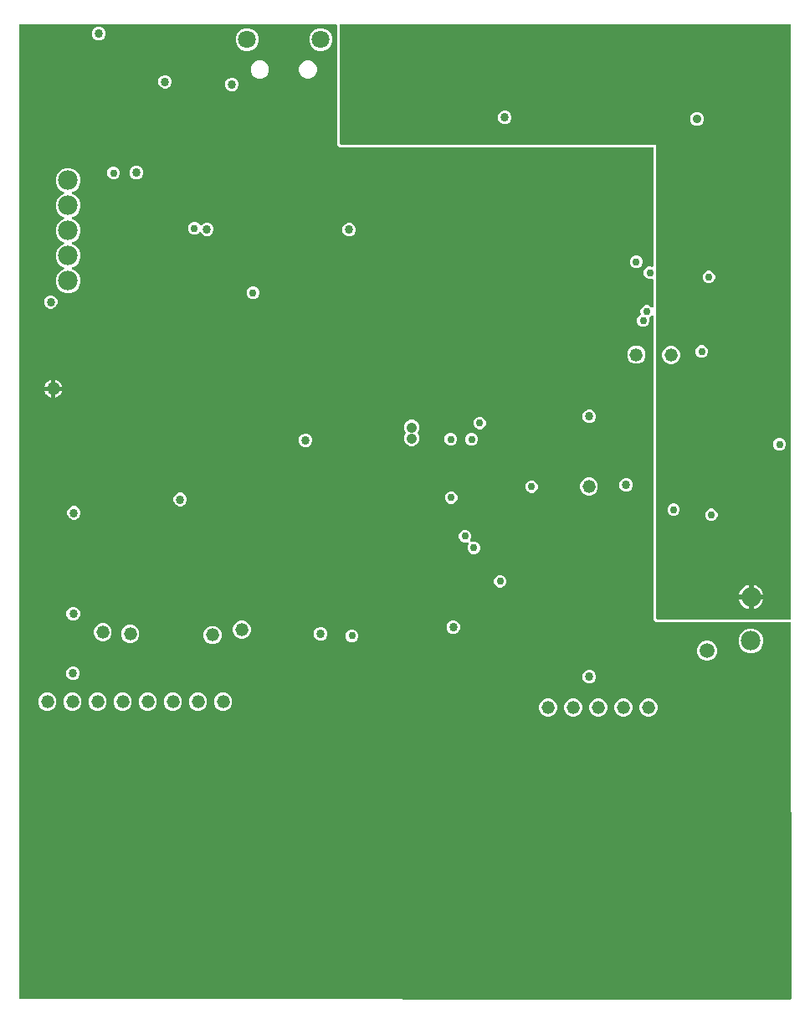
<source format=gbr>
G04 EAGLE Gerber RS-274X export*
G75*
%MOMM*%
%FSLAX34Y34*%
%LPD*%
%INEAGLE Copper Layer 15*%
%IPPOS*%
%AMOC8*
5,1,8,0,0,1.08239X$1,22.5*%
G01*
%ADD10C,1.981200*%
%ADD11C,1.320800*%
%ADD12C,1.800000*%
%ADD13C,1.058000*%
%ADD14C,0.756400*%
%ADD15C,1.186400*%
%ADD16C,0.856400*%
%ADD17C,1.500000*%
%ADD18C,0.886400*%

G36*
X784427Y4134D02*
X784427Y4134D01*
X784547Y4141D01*
X784585Y4154D01*
X784624Y4159D01*
X784736Y4203D01*
X784849Y4239D01*
X784883Y4261D01*
X784920Y4275D01*
X785017Y4346D01*
X785118Y4410D01*
X785145Y4439D01*
X785178Y4462D01*
X785254Y4554D01*
X785336Y4641D01*
X785355Y4676D01*
X785381Y4707D01*
X785431Y4815D01*
X785489Y4920D01*
X785499Y4959D01*
X785516Y4995D01*
X785539Y5112D01*
X785569Y5228D01*
X785572Y5287D01*
X785576Y5307D01*
X785575Y5327D01*
X785579Y5388D01*
X785521Y384920D01*
X785506Y385038D01*
X785498Y385157D01*
X785486Y385196D01*
X785481Y385236D01*
X785437Y385346D01*
X785400Y385459D01*
X785379Y385494D01*
X785364Y385531D01*
X785294Y385628D01*
X785230Y385728D01*
X785201Y385756D01*
X785177Y385789D01*
X785085Y385864D01*
X784999Y385946D01*
X784963Y385966D01*
X784932Y385991D01*
X784824Y386042D01*
X784720Y386100D01*
X784681Y386110D01*
X784644Y386127D01*
X784527Y386149D01*
X784412Y386179D01*
X784352Y386183D01*
X784332Y386187D01*
X784311Y386185D01*
X784251Y386189D01*
X648422Y386189D01*
X646189Y388422D01*
X646189Y694737D01*
X646172Y694875D01*
X646159Y695013D01*
X646152Y695032D01*
X646149Y695052D01*
X646098Y695182D01*
X646051Y695313D01*
X646040Y695329D01*
X646032Y695348D01*
X645951Y695460D01*
X645873Y695576D01*
X645857Y695589D01*
X645846Y695606D01*
X645738Y695694D01*
X645634Y695786D01*
X645616Y695795D01*
X645601Y695808D01*
X645475Y695868D01*
X645351Y695931D01*
X645331Y695935D01*
X645313Y695944D01*
X645176Y695970D01*
X645041Y696000D01*
X645020Y696000D01*
X645001Y696004D01*
X644862Y695995D01*
X644723Y695991D01*
X644703Y695985D01*
X644683Y695984D01*
X644551Y695941D01*
X644417Y695902D01*
X644400Y695892D01*
X644381Y695886D01*
X644263Y695811D01*
X644143Y695741D01*
X644122Y695722D01*
X644112Y695716D01*
X644098Y695701D01*
X644023Y695634D01*
X643027Y694638D01*
X642557Y694444D01*
X642453Y694385D01*
X642346Y694333D01*
X642316Y694306D01*
X642280Y694286D01*
X642195Y694203D01*
X642104Y694126D01*
X642081Y694093D01*
X642052Y694065D01*
X641990Y693963D01*
X641921Y693866D01*
X641907Y693828D01*
X641886Y693794D01*
X641851Y693680D01*
X641809Y693569D01*
X641804Y693529D01*
X641792Y693490D01*
X641787Y693371D01*
X641773Y693253D01*
X641779Y693213D01*
X641777Y693172D01*
X641801Y693056D01*
X641818Y692938D01*
X641837Y692881D01*
X641841Y692861D01*
X641850Y692842D01*
X641870Y692785D01*
X642216Y691951D01*
X642216Y689435D01*
X641253Y687112D01*
X639474Y685333D01*
X637151Y684370D01*
X634635Y684370D01*
X632311Y685333D01*
X630533Y687112D01*
X629570Y689435D01*
X629570Y691951D01*
X630533Y694275D01*
X632311Y696053D01*
X632781Y696248D01*
X632885Y696307D01*
X632991Y696359D01*
X633022Y696385D01*
X633057Y696405D01*
X633143Y696489D01*
X633233Y696566D01*
X633257Y696599D01*
X633286Y696627D01*
X633348Y696728D01*
X633417Y696826D01*
X633431Y696863D01*
X633452Y696898D01*
X633487Y697012D01*
X633529Y697123D01*
X633534Y697163D01*
X633546Y697202D01*
X633551Y697320D01*
X633564Y697439D01*
X633559Y697479D01*
X633561Y697519D01*
X633537Y697636D01*
X633520Y697754D01*
X633501Y697811D01*
X633496Y697831D01*
X633487Y697849D01*
X633468Y697906D01*
X633122Y698741D01*
X633122Y701256D01*
X634085Y703580D01*
X635863Y705359D01*
X638187Y706321D01*
X640703Y706321D01*
X643027Y705359D01*
X644023Y704363D01*
X644132Y704278D01*
X644239Y704189D01*
X644258Y704180D01*
X644274Y704168D01*
X644401Y704113D01*
X644527Y704053D01*
X644547Y704050D01*
X644566Y704041D01*
X644704Y704020D01*
X644840Y703994D01*
X644860Y703995D01*
X644880Y703992D01*
X645019Y704005D01*
X645157Y704013D01*
X645176Y704020D01*
X645196Y704021D01*
X645328Y704069D01*
X645459Y704111D01*
X645477Y704122D01*
X645496Y704129D01*
X645611Y704207D01*
X645728Y704281D01*
X645742Y704296D01*
X645759Y704308D01*
X645851Y704412D01*
X645946Y704513D01*
X645956Y704531D01*
X645969Y704546D01*
X646032Y704670D01*
X646100Y704792D01*
X646105Y704811D01*
X646114Y704829D01*
X646144Y704965D01*
X646179Y705100D01*
X646181Y705128D01*
X646184Y705140D01*
X646183Y705160D01*
X646189Y705260D01*
X646189Y731783D01*
X646183Y731833D01*
X646185Y731882D01*
X646163Y731990D01*
X646149Y732099D01*
X646131Y732145D01*
X646121Y732194D01*
X646073Y732292D01*
X646032Y732395D01*
X646003Y732435D01*
X645981Y732479D01*
X645910Y732563D01*
X645846Y732652D01*
X645807Y732684D01*
X645775Y732721D01*
X645685Y732785D01*
X645601Y732855D01*
X645556Y732876D01*
X645515Y732905D01*
X645412Y732943D01*
X645313Y732990D01*
X645264Y733000D01*
X645218Y733017D01*
X645108Y733029D01*
X645001Y733050D01*
X644951Y733047D01*
X644902Y733052D01*
X644793Y733037D01*
X644683Y733030D01*
X644636Y733015D01*
X644587Y733008D01*
X644434Y732956D01*
X643981Y732768D01*
X641466Y732768D01*
X639142Y733731D01*
X637363Y735509D01*
X636401Y737833D01*
X636401Y740349D01*
X637363Y742673D01*
X639142Y744451D01*
X641466Y745414D01*
X643981Y745414D01*
X644434Y745226D01*
X644482Y745213D01*
X644527Y745192D01*
X644635Y745171D01*
X644741Y745142D01*
X644791Y745141D01*
X644840Y745132D01*
X644949Y745139D01*
X645059Y745137D01*
X645107Y745149D01*
X645157Y745152D01*
X645261Y745186D01*
X645368Y745211D01*
X645412Y745234D01*
X645459Y745250D01*
X645552Y745309D01*
X645649Y745360D01*
X645686Y745393D01*
X645728Y745420D01*
X645803Y745500D01*
X645885Y745574D01*
X645912Y745615D01*
X645946Y745652D01*
X645999Y745748D01*
X646059Y745840D01*
X646076Y745887D01*
X646100Y745930D01*
X646127Y746036D01*
X646163Y746140D01*
X646167Y746190D01*
X646179Y746238D01*
X646189Y746399D01*
X646189Y864920D01*
X646174Y865038D01*
X646167Y865157D01*
X646154Y865195D01*
X646149Y865236D01*
X646106Y865346D01*
X646069Y865459D01*
X646047Y865494D01*
X646032Y865531D01*
X645963Y865627D01*
X645899Y865728D01*
X645869Y865756D01*
X645846Y865789D01*
X645754Y865865D01*
X645667Y865946D01*
X645632Y865966D01*
X645601Y865991D01*
X645493Y866042D01*
X645389Y866100D01*
X645349Y866110D01*
X645313Y866127D01*
X645196Y866149D01*
X645081Y866179D01*
X645021Y866183D01*
X645001Y866187D01*
X644980Y866185D01*
X644920Y866189D01*
X328266Y866189D01*
X326034Y868422D01*
X326034Y989231D01*
X326019Y989349D01*
X326011Y989468D01*
X325999Y989506D01*
X325994Y989547D01*
X325950Y989657D01*
X325913Y989770D01*
X325892Y989805D01*
X325877Y989842D01*
X325807Y989938D01*
X325743Y990039D01*
X325714Y990067D01*
X325690Y990100D01*
X325598Y990176D01*
X325512Y990257D01*
X325476Y990277D01*
X325445Y990302D01*
X325337Y990353D01*
X325233Y990411D01*
X325194Y990421D01*
X325157Y990438D01*
X325040Y990460D01*
X324925Y990490D01*
X324865Y990494D01*
X324845Y990498D01*
X324825Y990496D01*
X324764Y990500D01*
X5842Y990500D01*
X5724Y990485D01*
X5605Y990478D01*
X5567Y990465D01*
X5526Y990460D01*
X5416Y990417D01*
X5303Y990380D01*
X5268Y990358D01*
X5231Y990343D01*
X5135Y990274D01*
X5034Y990210D01*
X5006Y990180D01*
X4973Y990157D01*
X4897Y990065D01*
X4816Y989978D01*
X4796Y989943D01*
X4771Y989912D01*
X4720Y989804D01*
X4662Y989700D01*
X4652Y989660D01*
X4635Y989624D01*
X4613Y989507D01*
X4583Y989392D01*
X4579Y989332D01*
X4575Y989312D01*
X4577Y989291D01*
X4573Y989231D01*
X4573Y5839D01*
X4588Y5721D01*
X4595Y5602D01*
X4607Y5564D01*
X4613Y5523D01*
X4656Y5413D01*
X4693Y5300D01*
X4715Y5265D01*
X4730Y5227D01*
X4799Y5131D01*
X4863Y5031D01*
X4892Y5003D01*
X4916Y4970D01*
X5008Y4894D01*
X5094Y4813D01*
X5130Y4793D01*
X5161Y4767D01*
X5269Y4717D01*
X5373Y4659D01*
X5412Y4649D01*
X5449Y4632D01*
X5565Y4609D01*
X5681Y4580D01*
X5741Y4576D01*
X5761Y4572D01*
X5782Y4573D01*
X5841Y4569D01*
X784309Y4119D01*
X784427Y4134D01*
G37*
G36*
X784369Y388746D02*
X784369Y388746D01*
X784488Y388753D01*
X784526Y388766D01*
X784566Y388771D01*
X784677Y388814D01*
X784790Y388851D01*
X784824Y388873D01*
X784862Y388888D01*
X784958Y388958D01*
X785059Y389021D01*
X785087Y389051D01*
X785119Y389074D01*
X785195Y389166D01*
X785277Y389253D01*
X785296Y389288D01*
X785322Y389319D01*
X785373Y389427D01*
X785430Y389532D01*
X785440Y389571D01*
X785458Y389607D01*
X785480Y389724D01*
X785510Y389839D01*
X785514Y389900D01*
X785517Y389919D01*
X785516Y389940D01*
X785520Y390000D01*
X785428Y989231D01*
X785413Y989349D01*
X785406Y989468D01*
X785393Y989507D01*
X785388Y989547D01*
X785344Y989657D01*
X785308Y989770D01*
X785286Y989805D01*
X785271Y989842D01*
X785201Y989939D01*
X785138Y990039D01*
X785108Y990067D01*
X785084Y990100D01*
X784993Y990175D01*
X784906Y990257D01*
X784870Y990277D01*
X784839Y990302D01*
X784732Y990353D01*
X784628Y990411D01*
X784588Y990421D01*
X784552Y990438D01*
X784435Y990460D01*
X784320Y990490D01*
X784259Y990494D01*
X784239Y990498D01*
X784219Y990496D01*
X784159Y990500D01*
X329844Y990500D01*
X329726Y990485D01*
X329608Y990478D01*
X329569Y990465D01*
X329529Y990460D01*
X329418Y990417D01*
X329305Y990380D01*
X329271Y990358D01*
X329233Y990343D01*
X329137Y990274D01*
X329036Y990210D01*
X329009Y990180D01*
X328976Y990157D01*
X328900Y990065D01*
X328818Y989978D01*
X328799Y989943D01*
X328773Y989912D01*
X328722Y989804D01*
X328665Y989700D01*
X328655Y989660D01*
X328638Y989624D01*
X328615Y989507D01*
X328585Y989392D01*
X328582Y989332D01*
X328578Y989312D01*
X328579Y989291D01*
X328575Y989231D01*
X328575Y870000D01*
X328590Y869882D01*
X328597Y869763D01*
X328610Y869725D01*
X328615Y869684D01*
X328659Y869574D01*
X328696Y869461D01*
X328717Y869426D01*
X328732Y869389D01*
X328802Y869293D01*
X328866Y869192D01*
X328895Y869164D01*
X328919Y869131D01*
X329011Y869056D01*
X329097Y868974D01*
X329133Y868954D01*
X329164Y868929D01*
X329272Y868878D01*
X329376Y868820D01*
X329415Y868810D01*
X329452Y868793D01*
X329568Y868771D01*
X329684Y868741D01*
X329744Y868737D01*
X329764Y868733D01*
X329784Y868735D01*
X329844Y868731D01*
X648731Y868731D01*
X648731Y741363D01*
X648732Y741353D01*
X648731Y741344D01*
X648752Y741196D01*
X648771Y741047D01*
X648774Y741038D01*
X648775Y741029D01*
X648827Y740877D01*
X649046Y740349D01*
X649046Y737833D01*
X648827Y737305D01*
X648825Y737296D01*
X648820Y737288D01*
X648783Y737143D01*
X648743Y736998D01*
X648743Y736989D01*
X648741Y736980D01*
X648731Y736819D01*
X648731Y390000D01*
X648746Y389882D01*
X648753Y389763D01*
X648766Y389725D01*
X648771Y389684D01*
X648814Y389574D01*
X648851Y389461D01*
X648873Y389426D01*
X648888Y389389D01*
X648958Y389293D01*
X649021Y389192D01*
X649051Y389164D01*
X649074Y389131D01*
X649166Y389056D01*
X649253Y388974D01*
X649288Y388954D01*
X649319Y388929D01*
X649427Y388878D01*
X649531Y388820D01*
X649571Y388810D01*
X649607Y388793D01*
X649724Y388771D01*
X649839Y388741D01*
X649900Y388737D01*
X649920Y388733D01*
X649940Y388735D01*
X650000Y388731D01*
X784251Y388731D01*
X784369Y388746D01*
G37*
%LPC*%
G36*
X51376Y718509D02*
X51376Y718509D01*
X46801Y720404D01*
X43300Y723906D01*
X41405Y728480D01*
X41405Y733432D01*
X43300Y738006D01*
X46801Y741508D01*
X49156Y742483D01*
X49277Y742552D01*
X49400Y742617D01*
X49415Y742631D01*
X49432Y742641D01*
X49532Y742738D01*
X49635Y742831D01*
X49646Y742848D01*
X49661Y742862D01*
X49733Y742980D01*
X49810Y743097D01*
X49817Y743116D01*
X49827Y743133D01*
X49868Y743266D01*
X49913Y743398D01*
X49915Y743418D01*
X49921Y743437D01*
X49927Y743576D01*
X49938Y743715D01*
X49935Y743735D01*
X49936Y743755D01*
X49908Y743891D01*
X49884Y744028D01*
X49876Y744047D01*
X49872Y744066D01*
X49810Y744191D01*
X49753Y744318D01*
X49741Y744334D01*
X49732Y744352D01*
X49641Y744458D01*
X49555Y744566D01*
X49539Y744579D01*
X49526Y744594D01*
X49412Y744674D01*
X49301Y744758D01*
X49276Y744770D01*
X49266Y744777D01*
X49246Y744784D01*
X49156Y744829D01*
X46801Y745804D01*
X43300Y749306D01*
X41405Y753880D01*
X41405Y758832D01*
X43300Y763406D01*
X46801Y766908D01*
X49156Y767883D01*
X49277Y767952D01*
X49400Y768017D01*
X49415Y768031D01*
X49432Y768041D01*
X49532Y768138D01*
X49635Y768231D01*
X49646Y768248D01*
X49661Y768262D01*
X49733Y768380D01*
X49810Y768497D01*
X49817Y768516D01*
X49827Y768533D01*
X49868Y768666D01*
X49913Y768798D01*
X49915Y768818D01*
X49921Y768837D01*
X49927Y768976D01*
X49938Y769115D01*
X49935Y769135D01*
X49936Y769155D01*
X49908Y769291D01*
X49884Y769428D01*
X49876Y769447D01*
X49872Y769466D01*
X49810Y769591D01*
X49753Y769718D01*
X49741Y769734D01*
X49732Y769752D01*
X49641Y769858D01*
X49555Y769966D01*
X49539Y769979D01*
X49526Y769994D01*
X49412Y770074D01*
X49301Y770158D01*
X49276Y770170D01*
X49266Y770177D01*
X49246Y770184D01*
X49156Y770229D01*
X46801Y771204D01*
X43300Y774706D01*
X41405Y779280D01*
X41405Y784232D01*
X43300Y788806D01*
X46801Y792308D01*
X49156Y793283D01*
X49277Y793352D01*
X49400Y793417D01*
X49415Y793431D01*
X49432Y793441D01*
X49532Y793538D01*
X49635Y793631D01*
X49646Y793648D01*
X49661Y793662D01*
X49733Y793780D01*
X49810Y793897D01*
X49817Y793916D01*
X49827Y793933D01*
X49868Y794066D01*
X49913Y794198D01*
X49915Y794218D01*
X49921Y794237D01*
X49927Y794376D01*
X49938Y794515D01*
X49935Y794535D01*
X49936Y794555D01*
X49908Y794691D01*
X49884Y794828D01*
X49876Y794847D01*
X49872Y794866D01*
X49810Y794991D01*
X49753Y795118D01*
X49741Y795134D01*
X49732Y795152D01*
X49641Y795258D01*
X49555Y795366D01*
X49539Y795379D01*
X49526Y795394D01*
X49412Y795474D01*
X49301Y795558D01*
X49276Y795570D01*
X49266Y795577D01*
X49246Y795584D01*
X49156Y795629D01*
X46801Y796604D01*
X43300Y800106D01*
X41405Y804680D01*
X41405Y809632D01*
X43300Y814206D01*
X46801Y817708D01*
X49156Y818683D01*
X49277Y818752D01*
X49400Y818817D01*
X49415Y818831D01*
X49432Y818841D01*
X49532Y818938D01*
X49635Y819031D01*
X49646Y819048D01*
X49661Y819062D01*
X49733Y819180D01*
X49810Y819297D01*
X49817Y819316D01*
X49827Y819333D01*
X49868Y819466D01*
X49913Y819598D01*
X49915Y819618D01*
X49921Y819637D01*
X49927Y819776D01*
X49938Y819915D01*
X49935Y819935D01*
X49936Y819955D01*
X49908Y820091D01*
X49884Y820228D01*
X49876Y820247D01*
X49872Y820266D01*
X49810Y820391D01*
X49753Y820518D01*
X49741Y820534D01*
X49732Y820552D01*
X49641Y820658D01*
X49555Y820766D01*
X49539Y820779D01*
X49526Y820794D01*
X49412Y820874D01*
X49301Y820958D01*
X49276Y820970D01*
X49266Y820977D01*
X49246Y820984D01*
X49156Y821029D01*
X46801Y822004D01*
X43300Y825506D01*
X41405Y830080D01*
X41405Y835032D01*
X43300Y839606D01*
X46801Y843108D01*
X51376Y845003D01*
X56327Y845003D01*
X60902Y843108D01*
X64403Y839606D01*
X66298Y835032D01*
X66298Y830080D01*
X64403Y825506D01*
X60902Y822004D01*
X58547Y821029D01*
X58426Y820960D01*
X58303Y820895D01*
X58288Y820881D01*
X58271Y820871D01*
X58171Y820774D01*
X58068Y820681D01*
X58057Y820664D01*
X58042Y820650D01*
X57969Y820531D01*
X57893Y820415D01*
X57887Y820396D01*
X57876Y820379D01*
X57835Y820246D01*
X57790Y820114D01*
X57788Y820094D01*
X57782Y820075D01*
X57776Y819936D01*
X57765Y819797D01*
X57768Y819777D01*
X57767Y819757D01*
X57795Y819621D01*
X57819Y819484D01*
X57827Y819465D01*
X57832Y819446D01*
X57893Y819320D01*
X57950Y819194D01*
X57962Y819178D01*
X57971Y819160D01*
X58062Y819054D01*
X58148Y818946D01*
X58165Y818933D01*
X58178Y818918D01*
X58291Y818838D01*
X58402Y818754D01*
X58428Y818742D01*
X58438Y818735D01*
X58457Y818728D01*
X58547Y818683D01*
X60902Y817708D01*
X64403Y814206D01*
X66298Y809632D01*
X66298Y804680D01*
X64403Y800106D01*
X60902Y796604D01*
X58547Y795629D01*
X58426Y795560D01*
X58303Y795495D01*
X58288Y795481D01*
X58271Y795471D01*
X58171Y795374D01*
X58068Y795281D01*
X58057Y795264D01*
X58042Y795250D01*
X57969Y795131D01*
X57893Y795015D01*
X57887Y794996D01*
X57876Y794979D01*
X57835Y794846D01*
X57790Y794714D01*
X57788Y794694D01*
X57782Y794675D01*
X57776Y794536D01*
X57765Y794397D01*
X57768Y794377D01*
X57767Y794357D01*
X57795Y794221D01*
X57819Y794084D01*
X57827Y794065D01*
X57832Y794046D01*
X57893Y793920D01*
X57950Y793794D01*
X57962Y793778D01*
X57971Y793760D01*
X58062Y793654D01*
X58148Y793546D01*
X58165Y793533D01*
X58178Y793518D01*
X58291Y793438D01*
X58402Y793354D01*
X58428Y793342D01*
X58438Y793335D01*
X58457Y793328D01*
X58547Y793283D01*
X60902Y792308D01*
X64403Y788806D01*
X66298Y784232D01*
X66298Y779280D01*
X64403Y774706D01*
X60902Y771204D01*
X58547Y770229D01*
X58426Y770160D01*
X58303Y770095D01*
X58288Y770081D01*
X58271Y770071D01*
X58171Y769974D01*
X58068Y769881D01*
X58057Y769864D01*
X58042Y769850D01*
X57969Y769731D01*
X57893Y769615D01*
X57887Y769596D01*
X57876Y769579D01*
X57835Y769446D01*
X57790Y769314D01*
X57788Y769294D01*
X57782Y769275D01*
X57776Y769136D01*
X57765Y768997D01*
X57768Y768977D01*
X57767Y768957D01*
X57795Y768821D01*
X57819Y768684D01*
X57827Y768665D01*
X57832Y768646D01*
X57893Y768520D01*
X57950Y768394D01*
X57962Y768378D01*
X57971Y768360D01*
X58062Y768254D01*
X58148Y768146D01*
X58165Y768133D01*
X58178Y768118D01*
X58291Y768038D01*
X58402Y767954D01*
X58428Y767942D01*
X58438Y767935D01*
X58457Y767928D01*
X58547Y767883D01*
X60902Y766908D01*
X64403Y763406D01*
X66298Y758832D01*
X66298Y753880D01*
X64403Y749306D01*
X60902Y745804D01*
X58547Y744829D01*
X58426Y744760D01*
X58303Y744695D01*
X58288Y744681D01*
X58271Y744671D01*
X58171Y744574D01*
X58068Y744481D01*
X58057Y744464D01*
X58042Y744450D01*
X57969Y744331D01*
X57893Y744215D01*
X57887Y744196D01*
X57876Y744179D01*
X57835Y744046D01*
X57790Y743914D01*
X57788Y743894D01*
X57782Y743875D01*
X57776Y743736D01*
X57765Y743597D01*
X57768Y743577D01*
X57767Y743557D01*
X57795Y743421D01*
X57819Y743284D01*
X57827Y743265D01*
X57832Y743246D01*
X57893Y743120D01*
X57950Y742994D01*
X57962Y742978D01*
X57971Y742960D01*
X58062Y742854D01*
X58148Y742746D01*
X58165Y742733D01*
X58178Y742718D01*
X58291Y742638D01*
X58402Y742554D01*
X58428Y742542D01*
X58438Y742535D01*
X58457Y742528D01*
X58547Y742483D01*
X60902Y741508D01*
X64403Y738006D01*
X66298Y733432D01*
X66298Y728480D01*
X64403Y723906D01*
X60902Y720404D01*
X56327Y718509D01*
X51376Y718509D01*
G37*
%LPD*%
%LPC*%
G36*
X742306Y354531D02*
X742306Y354531D01*
X737732Y356426D01*
X734230Y359927D01*
X732335Y364502D01*
X732335Y369453D01*
X734230Y374028D01*
X737732Y377529D01*
X742306Y379424D01*
X747258Y379424D01*
X751833Y377529D01*
X755334Y374028D01*
X757229Y369453D01*
X757229Y364502D01*
X755334Y359927D01*
X751833Y356426D01*
X747258Y354531D01*
X742306Y354531D01*
G37*
%LPD*%
%LPC*%
G36*
X307169Y963461D02*
X307169Y963461D01*
X302927Y965218D01*
X299681Y968464D01*
X297924Y972706D01*
X297924Y977297D01*
X299681Y981539D01*
X302927Y984785D01*
X307169Y986542D01*
X311760Y986542D01*
X316002Y984785D01*
X319248Y981539D01*
X321005Y977297D01*
X321005Y972706D01*
X319248Y968464D01*
X316002Y965218D01*
X311760Y963461D01*
X307169Y963461D01*
G37*
%LPD*%
%LPC*%
G36*
X232669Y963461D02*
X232669Y963461D01*
X228427Y965218D01*
X225181Y968464D01*
X223424Y972706D01*
X223424Y977297D01*
X225181Y981539D01*
X228427Y984785D01*
X232669Y986542D01*
X237260Y986542D01*
X241502Y984785D01*
X244748Y981539D01*
X246505Y977297D01*
X246505Y972706D01*
X244748Y968464D01*
X241502Y965218D01*
X237260Y963461D01*
X232669Y963461D01*
G37*
%LPD*%
%LPC*%
G36*
X400019Y563819D02*
X400019Y563819D01*
X397141Y565011D01*
X394938Y567214D01*
X393746Y570092D01*
X393746Y573207D01*
X394938Y576086D01*
X395105Y576252D01*
X395178Y576347D01*
X395257Y576436D01*
X395275Y576472D01*
X395300Y576504D01*
X395347Y576613D01*
X395401Y576719D01*
X395410Y576758D01*
X395426Y576795D01*
X395445Y576913D01*
X395471Y577029D01*
X395470Y577070D01*
X395476Y577109D01*
X395465Y577228D01*
X395461Y577347D01*
X395450Y577386D01*
X395446Y577426D01*
X395406Y577538D01*
X395373Y577653D01*
X395352Y577687D01*
X395339Y577725D01*
X395272Y577824D01*
X395211Y577926D01*
X395171Y577972D01*
X395160Y577989D01*
X395145Y578002D01*
X395105Y578047D01*
X394938Y578214D01*
X393746Y581092D01*
X393746Y584207D01*
X394938Y587086D01*
X397141Y589288D01*
X400019Y590481D01*
X403134Y590481D01*
X406012Y589288D01*
X408215Y587086D01*
X409407Y584207D01*
X409407Y581092D01*
X408215Y578214D01*
X408048Y578047D01*
X407975Y577953D01*
X407897Y577864D01*
X407878Y577828D01*
X407854Y577796D01*
X407806Y577687D01*
X407752Y577581D01*
X407743Y577541D01*
X407727Y577504D01*
X407708Y577386D01*
X407682Y577270D01*
X407684Y577230D01*
X407677Y577190D01*
X407689Y577071D01*
X407692Y576953D01*
X407703Y576914D01*
X407707Y576873D01*
X407747Y576761D01*
X407781Y576647D01*
X407801Y576612D01*
X407815Y576574D01*
X407882Y576476D01*
X407942Y576373D01*
X407982Y576328D01*
X407993Y576311D01*
X408009Y576298D01*
X408048Y576252D01*
X408215Y576086D01*
X409407Y573207D01*
X409407Y570092D01*
X408215Y567214D01*
X406012Y565011D01*
X403134Y563819D01*
X400019Y563819D01*
G37*
%LPD*%
%LPC*%
G36*
X698484Y346829D02*
X698484Y346829D01*
X694794Y348358D01*
X691969Y351182D01*
X690440Y354873D01*
X690440Y358867D01*
X691969Y362558D01*
X694794Y365382D01*
X698484Y366911D01*
X702478Y366911D01*
X706169Y365382D01*
X708993Y362558D01*
X710522Y358867D01*
X710522Y354873D01*
X708993Y351182D01*
X706169Y348358D01*
X702478Y346829D01*
X698484Y346829D01*
G37*
%LPD*%
%LPC*%
G36*
X193156Y776234D02*
X193156Y776234D01*
X190648Y777273D01*
X188729Y779192D01*
X188598Y779510D01*
X188573Y779553D01*
X188556Y779600D01*
X188494Y779690D01*
X188440Y779786D01*
X188405Y779822D01*
X188378Y779863D01*
X188295Y779935D01*
X188219Y780014D01*
X188176Y780040D01*
X188139Y780073D01*
X188041Y780123D01*
X187948Y780181D01*
X187900Y780195D01*
X187856Y780218D01*
X187749Y780242D01*
X187644Y780274D01*
X187594Y780277D01*
X187546Y780287D01*
X187436Y780284D01*
X187326Y780289D01*
X187277Y780279D01*
X187228Y780278D01*
X187122Y780247D01*
X187015Y780225D01*
X186970Y780203D01*
X186922Y780189D01*
X186828Y780134D01*
X186729Y780085D01*
X186691Y780053D01*
X186648Y780028D01*
X186527Y779921D01*
X185446Y778839D01*
X183122Y777877D01*
X180606Y777877D01*
X178282Y778839D01*
X176504Y780618D01*
X175541Y782942D01*
X175541Y785457D01*
X176504Y787781D01*
X178282Y789560D01*
X180606Y790522D01*
X183122Y790522D01*
X185445Y789560D01*
X187231Y787774D01*
X187293Y787683D01*
X187347Y787588D01*
X187382Y787552D01*
X187410Y787511D01*
X187492Y787438D01*
X187569Y787359D01*
X187611Y787333D01*
X187648Y787300D01*
X187746Y787250D01*
X187840Y787193D01*
X187887Y787178D01*
X187932Y787156D01*
X188039Y787132D01*
X188144Y787099D01*
X188193Y787097D01*
X188242Y787086D01*
X188352Y787089D01*
X188461Y787084D01*
X188510Y787094D01*
X188560Y787096D01*
X188665Y787126D01*
X188773Y787148D01*
X188817Y787170D01*
X188865Y787184D01*
X188960Y787240D01*
X189058Y787288D01*
X189096Y787320D01*
X189139Y787346D01*
X189260Y787452D01*
X190648Y788841D01*
X193156Y789879D01*
X195870Y789879D01*
X198378Y788841D01*
X200297Y786921D01*
X201336Y784414D01*
X201336Y781699D01*
X200297Y779192D01*
X198378Y777273D01*
X195870Y776234D01*
X193156Y776234D01*
G37*
%LPD*%
%LPC*%
G36*
X537667Y290555D02*
X537667Y290555D01*
X534306Y291947D01*
X531734Y294520D01*
X530342Y297881D01*
X530342Y301519D01*
X531734Y304880D01*
X534306Y307453D01*
X537667Y308845D01*
X541305Y308845D01*
X544666Y307453D01*
X547239Y304880D01*
X548631Y301519D01*
X548631Y297881D01*
X547239Y294520D01*
X544666Y291947D01*
X541305Y290555D01*
X537667Y290555D01*
G37*
%LPD*%
%LPC*%
G36*
X627112Y647177D02*
X627112Y647177D01*
X623751Y648569D01*
X621178Y651142D01*
X619786Y654503D01*
X619786Y658141D01*
X621178Y661502D01*
X623751Y664075D01*
X627112Y665467D01*
X630750Y665467D01*
X634111Y664075D01*
X636683Y661502D01*
X638075Y658141D01*
X638075Y654503D01*
X636683Y651142D01*
X634111Y648569D01*
X630750Y647177D01*
X627112Y647177D01*
G37*
%LPD*%
%LPC*%
G36*
X563067Y290555D02*
X563067Y290555D01*
X559706Y291947D01*
X557134Y294520D01*
X555742Y297881D01*
X555742Y301519D01*
X557134Y304880D01*
X559706Y307453D01*
X563067Y308845D01*
X566705Y308845D01*
X570066Y307453D01*
X572639Y304880D01*
X574031Y301519D01*
X574031Y297881D01*
X572639Y294520D01*
X570066Y291947D01*
X566705Y290555D01*
X563067Y290555D01*
G37*
%LPD*%
%LPC*%
G36*
X588467Y290555D02*
X588467Y290555D01*
X585106Y291947D01*
X582534Y294520D01*
X581142Y297881D01*
X581142Y301519D01*
X582534Y304880D01*
X585106Y307453D01*
X588467Y308845D01*
X592105Y308845D01*
X595466Y307453D01*
X598039Y304880D01*
X599431Y301519D01*
X599431Y297881D01*
X598039Y294520D01*
X595466Y291947D01*
X592105Y290555D01*
X588467Y290555D01*
G37*
%LPD*%
%LPC*%
G36*
X613867Y290555D02*
X613867Y290555D01*
X610506Y291947D01*
X607934Y294520D01*
X606542Y297881D01*
X606542Y301519D01*
X607934Y304880D01*
X610506Y307453D01*
X613867Y308845D01*
X617505Y308845D01*
X620866Y307453D01*
X623439Y304880D01*
X624831Y301519D01*
X624831Y297881D01*
X623439Y294520D01*
X620866Y291947D01*
X617505Y290555D01*
X613867Y290555D01*
G37*
%LPD*%
%LPC*%
G36*
X639267Y290555D02*
X639267Y290555D01*
X635906Y291947D01*
X633334Y294520D01*
X631942Y297881D01*
X631942Y301519D01*
X633334Y304880D01*
X635906Y307453D01*
X639267Y308845D01*
X642905Y308845D01*
X646266Y307453D01*
X648839Y304880D01*
X650231Y301519D01*
X650231Y297881D01*
X648839Y294520D01*
X646266Y291947D01*
X642905Y290555D01*
X639267Y290555D01*
G37*
%LPD*%
%LPC*%
G36*
X31081Y296255D02*
X31081Y296255D01*
X27720Y297647D01*
X25147Y300220D01*
X23755Y303581D01*
X23755Y307219D01*
X25147Y310580D01*
X27720Y313153D01*
X31081Y314545D01*
X34719Y314545D01*
X38080Y313153D01*
X40653Y310580D01*
X42045Y307219D01*
X42045Y303581D01*
X40653Y300220D01*
X38080Y297647D01*
X34719Y296255D01*
X31081Y296255D01*
G37*
%LPD*%
%LPC*%
G36*
X56481Y296255D02*
X56481Y296255D01*
X53120Y297647D01*
X50547Y300220D01*
X49155Y303581D01*
X49155Y307219D01*
X50547Y310580D01*
X53120Y313153D01*
X56481Y314545D01*
X60119Y314545D01*
X63480Y313153D01*
X66053Y310580D01*
X67445Y307219D01*
X67445Y303581D01*
X66053Y300220D01*
X63480Y297647D01*
X60119Y296255D01*
X56481Y296255D01*
G37*
%LPD*%
%LPC*%
G36*
X81881Y296255D02*
X81881Y296255D01*
X78520Y297647D01*
X75947Y300220D01*
X74555Y303581D01*
X74555Y307219D01*
X75947Y310580D01*
X78520Y313153D01*
X81881Y314545D01*
X85519Y314545D01*
X88880Y313153D01*
X91453Y310580D01*
X92845Y307219D01*
X92845Y303581D01*
X91453Y300220D01*
X88880Y297647D01*
X85519Y296255D01*
X81881Y296255D01*
G37*
%LPD*%
%LPC*%
G36*
X107281Y296255D02*
X107281Y296255D01*
X103920Y297647D01*
X101347Y300220D01*
X99955Y303581D01*
X99955Y307219D01*
X101347Y310580D01*
X103920Y313153D01*
X107281Y314545D01*
X110919Y314545D01*
X114280Y313153D01*
X116853Y310580D01*
X118245Y307219D01*
X118245Y303581D01*
X116853Y300220D01*
X114280Y297647D01*
X110919Y296255D01*
X107281Y296255D01*
G37*
%LPD*%
%LPC*%
G36*
X132681Y296255D02*
X132681Y296255D01*
X129320Y297647D01*
X126747Y300220D01*
X125355Y303581D01*
X125355Y307219D01*
X126747Y310580D01*
X129320Y313153D01*
X132681Y314545D01*
X136319Y314545D01*
X139680Y313153D01*
X142253Y310580D01*
X143645Y307219D01*
X143645Y303581D01*
X142253Y300220D01*
X139680Y297647D01*
X136319Y296255D01*
X132681Y296255D01*
G37*
%LPD*%
%LPC*%
G36*
X158081Y296255D02*
X158081Y296255D01*
X154720Y297647D01*
X152147Y300220D01*
X150755Y303581D01*
X150755Y307219D01*
X152147Y310580D01*
X154720Y313153D01*
X158081Y314545D01*
X161719Y314545D01*
X165080Y313153D01*
X167653Y310580D01*
X169045Y307219D01*
X169045Y303581D01*
X167653Y300220D01*
X165080Y297647D01*
X161719Y296255D01*
X158081Y296255D01*
G37*
%LPD*%
%LPC*%
G36*
X579009Y513884D02*
X579009Y513884D01*
X575648Y515276D01*
X573076Y517849D01*
X571683Y521210D01*
X571683Y524848D01*
X573076Y528209D01*
X575648Y530781D01*
X579009Y532174D01*
X582647Y532174D01*
X586008Y530781D01*
X588581Y528209D01*
X589973Y524848D01*
X589973Y521210D01*
X588581Y517849D01*
X586008Y515276D01*
X582647Y513884D01*
X579009Y513884D01*
G37*
%LPD*%
%LPC*%
G36*
X662221Y646541D02*
X662221Y646541D01*
X658860Y647933D01*
X656287Y650506D01*
X654895Y653867D01*
X654895Y657505D01*
X656287Y660866D01*
X658860Y663438D01*
X662221Y664831D01*
X665859Y664831D01*
X669220Y663438D01*
X671793Y660866D01*
X673185Y657505D01*
X673185Y653867D01*
X671793Y650506D01*
X669220Y647933D01*
X665859Y646541D01*
X662221Y646541D01*
G37*
%LPD*%
%LPC*%
G36*
X183481Y296255D02*
X183481Y296255D01*
X180120Y297647D01*
X177547Y300220D01*
X176155Y303581D01*
X176155Y307219D01*
X177547Y310580D01*
X180120Y313153D01*
X183481Y314545D01*
X187119Y314545D01*
X190480Y313153D01*
X193053Y310580D01*
X194445Y307219D01*
X194445Y303581D01*
X193053Y300220D01*
X190480Y297647D01*
X187119Y296255D01*
X183481Y296255D01*
G37*
%LPD*%
%LPC*%
G36*
X208881Y296255D02*
X208881Y296255D01*
X205520Y297647D01*
X202947Y300220D01*
X201555Y303581D01*
X201555Y307219D01*
X202947Y310580D01*
X205520Y313153D01*
X208881Y314545D01*
X212519Y314545D01*
X215880Y313153D01*
X218453Y310580D01*
X219845Y307219D01*
X219845Y303581D01*
X218453Y300220D01*
X215880Y297647D01*
X212519Y296255D01*
X208881Y296255D01*
G37*
%LPD*%
%LPC*%
G36*
X227718Y369002D02*
X227718Y369002D01*
X224357Y370394D01*
X221785Y372967D01*
X220393Y376328D01*
X220393Y379966D01*
X221785Y383327D01*
X224357Y385900D01*
X227718Y387292D01*
X231356Y387292D01*
X234717Y385900D01*
X237290Y383327D01*
X238682Y379966D01*
X238682Y376328D01*
X237290Y372967D01*
X234717Y370394D01*
X231356Y369002D01*
X227718Y369002D01*
G37*
%LPD*%
%LPC*%
G36*
X198496Y363628D02*
X198496Y363628D01*
X195135Y365020D01*
X192562Y367593D01*
X191170Y370954D01*
X191170Y374592D01*
X192562Y377953D01*
X195135Y380526D01*
X198496Y381918D01*
X202134Y381918D01*
X205495Y380526D01*
X208067Y377953D01*
X209459Y374592D01*
X209459Y370954D01*
X208067Y367593D01*
X205495Y365020D01*
X202134Y363628D01*
X198496Y363628D01*
G37*
%LPD*%
%LPC*%
G36*
X114894Y364769D02*
X114894Y364769D01*
X111533Y366161D01*
X108960Y368733D01*
X107568Y372094D01*
X107568Y375732D01*
X108960Y379093D01*
X111533Y381666D01*
X114894Y383058D01*
X118532Y383058D01*
X121893Y381666D01*
X124466Y379093D01*
X125858Y375732D01*
X125858Y372094D01*
X124466Y368733D01*
X121893Y366161D01*
X118532Y364769D01*
X114894Y364769D01*
G37*
%LPD*%
%LPC*%
G36*
X87081Y366355D02*
X87081Y366355D01*
X83720Y367747D01*
X81147Y370320D01*
X79755Y373681D01*
X79755Y377319D01*
X81147Y380680D01*
X83720Y383253D01*
X87081Y384645D01*
X90719Y384645D01*
X94080Y383253D01*
X96653Y380680D01*
X98045Y377319D01*
X98045Y373681D01*
X96653Y370320D01*
X94080Y367747D01*
X90719Y366355D01*
X87081Y366355D01*
G37*
%LPD*%
%LPC*%
G36*
X246162Y935641D02*
X246162Y935641D01*
X242832Y937020D01*
X240283Y939569D01*
X238904Y942899D01*
X238904Y946504D01*
X240283Y949834D01*
X242832Y952383D01*
X246162Y953762D01*
X249767Y953762D01*
X253097Y952383D01*
X255646Y949834D01*
X257025Y946504D01*
X257025Y942899D01*
X255646Y939569D01*
X253097Y937020D01*
X249767Y935641D01*
X246162Y935641D01*
G37*
%LPD*%
%LPC*%
G36*
X294662Y935641D02*
X294662Y935641D01*
X291332Y937020D01*
X288783Y939569D01*
X287404Y942899D01*
X287404Y946504D01*
X288783Y949834D01*
X291332Y952383D01*
X294662Y953762D01*
X298267Y953762D01*
X301597Y952383D01*
X304146Y949834D01*
X305525Y946504D01*
X305525Y942899D01*
X304146Y939569D01*
X301597Y937020D01*
X298267Y935641D01*
X294662Y935641D01*
G37*
%LPD*%
%LPC*%
G36*
X463156Y454687D02*
X463156Y454687D01*
X460832Y455650D01*
X459053Y457428D01*
X458091Y459752D01*
X458091Y462268D01*
X459058Y464603D01*
X459078Y464628D01*
X459128Y464677D01*
X459175Y464754D01*
X459230Y464825D01*
X459258Y464889D01*
X459294Y464948D01*
X459321Y465034D01*
X459356Y465116D01*
X459367Y465185D01*
X459388Y465252D01*
X459392Y465342D01*
X459406Y465431D01*
X459400Y465500D01*
X459403Y465570D01*
X459385Y465658D01*
X459377Y465747D01*
X459353Y465813D01*
X459339Y465881D01*
X459299Y465962D01*
X459269Y466046D01*
X459230Y466104D01*
X459199Y466167D01*
X459141Y466235D01*
X459090Y466310D01*
X459038Y466356D01*
X458993Y466409D01*
X458919Y466461D01*
X458852Y466520D01*
X458790Y466552D01*
X458733Y466592D01*
X458649Y466624D01*
X458569Y466665D01*
X458501Y466680D01*
X458435Y466705D01*
X458346Y466715D01*
X458258Y466734D01*
X458189Y466732D01*
X458119Y466740D01*
X458030Y466727D01*
X457940Y466725D01*
X457873Y466705D01*
X457804Y466695D01*
X457652Y466643D01*
X456934Y466346D01*
X454418Y466346D01*
X452094Y467308D01*
X450316Y469087D01*
X449353Y471411D01*
X449353Y473926D01*
X450316Y476250D01*
X452094Y478029D01*
X454418Y478991D01*
X456934Y478991D01*
X459258Y478029D01*
X461036Y476250D01*
X461999Y473926D01*
X461999Y471411D01*
X461031Y469076D01*
X461012Y469050D01*
X460961Y469002D01*
X460915Y468925D01*
X460859Y468854D01*
X460832Y468790D01*
X460795Y468730D01*
X460769Y468645D01*
X460733Y468562D01*
X460722Y468493D01*
X460702Y468427D01*
X460697Y468337D01*
X460683Y468248D01*
X460690Y468178D01*
X460687Y468109D01*
X460705Y468021D01*
X460713Y467931D01*
X460737Y467866D01*
X460751Y467797D01*
X460790Y467717D01*
X460821Y467632D01*
X460860Y467574D01*
X460891Y467512D01*
X460949Y467443D01*
X460999Y467369D01*
X461052Y467323D01*
X461097Y467270D01*
X461170Y467218D01*
X461238Y467159D01*
X461300Y467127D01*
X461357Y467087D01*
X461441Y467055D01*
X461521Y467014D01*
X461589Y466999D01*
X461654Y466974D01*
X461744Y466964D01*
X461831Y466944D01*
X461901Y466946D01*
X461970Y466939D01*
X462059Y466951D01*
X462149Y466954D01*
X462216Y466973D01*
X462285Y466983D01*
X462438Y467035D01*
X463156Y467333D01*
X465671Y467333D01*
X467995Y466370D01*
X469774Y464592D01*
X470736Y462268D01*
X470736Y459752D01*
X469774Y457428D01*
X467995Y455650D01*
X465671Y454687D01*
X463156Y454687D01*
G37*
%LPD*%
%LPC*%
G36*
X688985Y887615D02*
X688985Y887615D01*
X686422Y888677D01*
X684461Y890638D01*
X683399Y893201D01*
X683399Y895975D01*
X684461Y898538D01*
X686422Y900499D01*
X688985Y901561D01*
X691759Y901561D01*
X694322Y900499D01*
X696283Y898538D01*
X697345Y895975D01*
X697345Y893201D01*
X696283Y890638D01*
X694322Y888677D01*
X691759Y887615D01*
X688985Y887615D01*
G37*
%LPD*%
%LPC*%
G36*
X579998Y587029D02*
X579998Y587029D01*
X577490Y588068D01*
X575571Y589987D01*
X574532Y592495D01*
X574532Y595209D01*
X575571Y597717D01*
X577490Y599636D01*
X579998Y600675D01*
X582712Y600675D01*
X585220Y599636D01*
X587139Y597717D01*
X588178Y595209D01*
X588178Y592495D01*
X587139Y589987D01*
X585220Y588068D01*
X582712Y587029D01*
X579998Y587029D01*
G37*
%LPD*%
%LPC*%
G36*
X121680Y833612D02*
X121680Y833612D01*
X119173Y834651D01*
X117254Y836570D01*
X116215Y839078D01*
X116215Y841792D01*
X117254Y844300D01*
X119173Y846219D01*
X121680Y847258D01*
X124395Y847258D01*
X126902Y846219D01*
X128822Y844300D01*
X129860Y841792D01*
X129860Y839078D01*
X128822Y836570D01*
X126902Y834651D01*
X124395Y833612D01*
X121680Y833612D01*
G37*
%LPD*%
%LPC*%
G36*
X617234Y517814D02*
X617234Y517814D01*
X614727Y518853D01*
X612808Y520772D01*
X611769Y523280D01*
X611769Y525994D01*
X612808Y528502D01*
X614727Y530421D01*
X617234Y531460D01*
X619949Y531460D01*
X622456Y530421D01*
X624376Y528502D01*
X625414Y525994D01*
X625414Y523280D01*
X624376Y520772D01*
X622456Y518853D01*
X619949Y517814D01*
X617234Y517814D01*
G37*
%LPD*%
%LPC*%
G36*
X218353Y922766D02*
X218353Y922766D01*
X215845Y923805D01*
X213926Y925724D01*
X212887Y928232D01*
X212887Y930946D01*
X213926Y933454D01*
X215845Y935373D01*
X218353Y936412D01*
X221067Y936412D01*
X223575Y935373D01*
X225494Y933454D01*
X226533Y930946D01*
X226533Y928232D01*
X225494Y925724D01*
X223575Y923805D01*
X221067Y922766D01*
X218353Y922766D01*
G37*
%LPD*%
%LPC*%
G36*
X494502Y889365D02*
X494502Y889365D01*
X491994Y890404D01*
X490075Y892323D01*
X489036Y894831D01*
X489036Y897545D01*
X490075Y900053D01*
X491994Y901972D01*
X494502Y903011D01*
X497216Y903011D01*
X499724Y901972D01*
X501643Y900053D01*
X502682Y897545D01*
X502682Y894831D01*
X501643Y892323D01*
X499724Y890404D01*
X497216Y889365D01*
X494502Y889365D01*
G37*
%LPD*%
%LPC*%
G36*
X166029Y503057D02*
X166029Y503057D01*
X163521Y504096D01*
X161602Y506015D01*
X160563Y508522D01*
X160563Y511237D01*
X161602Y513744D01*
X163521Y515664D01*
X166029Y516702D01*
X168743Y516702D01*
X171251Y515664D01*
X173170Y513744D01*
X174209Y511237D01*
X174209Y508522D01*
X173170Y506015D01*
X171251Y504096D01*
X168743Y503057D01*
X166029Y503057D01*
G37*
%LPD*%
%LPC*%
G36*
X150662Y925484D02*
X150662Y925484D01*
X148154Y926523D01*
X146235Y928442D01*
X145196Y930950D01*
X145196Y933664D01*
X146235Y936172D01*
X148154Y938091D01*
X150662Y939130D01*
X153376Y939130D01*
X155884Y938091D01*
X157803Y936172D01*
X158842Y933664D01*
X158842Y930950D01*
X157803Y928442D01*
X155884Y926523D01*
X153376Y925484D01*
X150662Y925484D01*
G37*
%LPD*%
%LPC*%
G36*
X58511Y489493D02*
X58511Y489493D01*
X56003Y490532D01*
X54084Y492451D01*
X53045Y494959D01*
X53045Y497673D01*
X54084Y500181D01*
X56003Y502100D01*
X58511Y503139D01*
X61225Y503139D01*
X63733Y502100D01*
X65652Y500181D01*
X66691Y497673D01*
X66691Y494959D01*
X65652Y492451D01*
X63733Y490532D01*
X61225Y489493D01*
X58511Y489493D01*
G37*
%LPD*%
%LPC*%
G36*
X336996Y775751D02*
X336996Y775751D01*
X334489Y776790D01*
X332569Y778709D01*
X331531Y781217D01*
X331531Y783931D01*
X332569Y786439D01*
X334489Y788358D01*
X336996Y789397D01*
X339711Y789397D01*
X342218Y788358D01*
X344137Y786439D01*
X345176Y783931D01*
X345176Y781217D01*
X344137Y778709D01*
X342218Y776790D01*
X339711Y775751D01*
X336996Y775751D01*
G37*
%LPD*%
%LPC*%
G36*
X292826Y562874D02*
X292826Y562874D01*
X290318Y563913D01*
X288399Y565832D01*
X287360Y568339D01*
X287360Y571054D01*
X288399Y573561D01*
X290318Y575481D01*
X292826Y576519D01*
X295540Y576519D01*
X298048Y575481D01*
X299967Y573561D01*
X301006Y571054D01*
X301006Y568339D01*
X299967Y565832D01*
X298048Y563913D01*
X295540Y562874D01*
X292826Y562874D01*
G37*
%LPD*%
%LPC*%
G36*
X34965Y702752D02*
X34965Y702752D01*
X32457Y703790D01*
X30538Y705710D01*
X29499Y708217D01*
X29499Y710932D01*
X30538Y713439D01*
X32457Y715358D01*
X34965Y716397D01*
X37679Y716397D01*
X40187Y715358D01*
X42106Y713439D01*
X43145Y710932D01*
X43145Y708217D01*
X42106Y705710D01*
X40187Y703790D01*
X37679Y702752D01*
X34965Y702752D01*
G37*
%LPD*%
%LPC*%
G36*
X579922Y323777D02*
X579922Y323777D01*
X577414Y324816D01*
X575495Y326735D01*
X574456Y329243D01*
X574456Y331957D01*
X575495Y334465D01*
X577414Y336384D01*
X579922Y337423D01*
X582636Y337423D01*
X585144Y336384D01*
X587063Y334465D01*
X588102Y331957D01*
X588102Y329243D01*
X587063Y326735D01*
X585144Y324816D01*
X582636Y323777D01*
X579922Y323777D01*
G37*
%LPD*%
%LPC*%
G36*
X57469Y327314D02*
X57469Y327314D01*
X54962Y328353D01*
X53042Y330272D01*
X52004Y332780D01*
X52004Y335494D01*
X53042Y338002D01*
X54962Y339921D01*
X57469Y340960D01*
X60184Y340960D01*
X62691Y339921D01*
X64610Y338002D01*
X65649Y335494D01*
X65649Y332780D01*
X64610Y330272D01*
X62691Y328353D01*
X60184Y327314D01*
X57469Y327314D01*
G37*
%LPD*%
%LPC*%
G36*
X83631Y974176D02*
X83631Y974176D01*
X81124Y975215D01*
X79204Y977134D01*
X78166Y979642D01*
X78166Y982356D01*
X79204Y984864D01*
X81124Y986783D01*
X83631Y987822D01*
X86346Y987822D01*
X88853Y986783D01*
X90772Y984864D01*
X91811Y982356D01*
X91811Y979642D01*
X90772Y977134D01*
X88853Y975215D01*
X86346Y974176D01*
X83631Y974176D01*
G37*
%LPD*%
%LPC*%
G36*
X308149Y367151D02*
X308149Y367151D01*
X305641Y368190D01*
X303722Y370109D01*
X302683Y372616D01*
X302683Y375331D01*
X303722Y377838D01*
X305641Y379758D01*
X308149Y380796D01*
X310863Y380796D01*
X313371Y379758D01*
X315290Y377838D01*
X316329Y375331D01*
X316329Y372616D01*
X315290Y370109D01*
X313371Y368190D01*
X310863Y367151D01*
X308149Y367151D01*
G37*
%LPD*%
%LPC*%
G36*
X442240Y373907D02*
X442240Y373907D01*
X439733Y374946D01*
X437813Y376865D01*
X436775Y379373D01*
X436775Y382087D01*
X437813Y384595D01*
X439733Y386514D01*
X442240Y387553D01*
X444955Y387553D01*
X447462Y386514D01*
X449381Y384595D01*
X450420Y382087D01*
X450420Y379373D01*
X449381Y376865D01*
X447462Y374946D01*
X444955Y373907D01*
X442240Y373907D01*
G37*
%LPD*%
%LPC*%
G36*
X57799Y387512D02*
X57799Y387512D01*
X55292Y388551D01*
X53373Y390470D01*
X52334Y392978D01*
X52334Y395692D01*
X53373Y398200D01*
X55292Y400119D01*
X57799Y401158D01*
X60514Y401158D01*
X63021Y400119D01*
X64941Y398200D01*
X65979Y395692D01*
X65979Y392978D01*
X64941Y390470D01*
X63021Y388551D01*
X60514Y387512D01*
X57799Y387512D01*
G37*
%LPD*%
%LPC*%
G36*
X772477Y559284D02*
X772477Y559284D01*
X770153Y560247D01*
X768375Y562026D01*
X767412Y564349D01*
X767412Y566865D01*
X768375Y569189D01*
X770153Y570967D01*
X772477Y571930D01*
X774993Y571930D01*
X777316Y570967D01*
X779095Y569189D01*
X780058Y566865D01*
X780058Y564349D01*
X779095Y562026D01*
X777316Y560247D01*
X774993Y559284D01*
X772477Y559284D01*
G37*
%LPD*%
%LPC*%
G36*
X439915Y564441D02*
X439915Y564441D01*
X437591Y565403D01*
X435812Y567182D01*
X434850Y569506D01*
X434850Y572021D01*
X435812Y574345D01*
X437591Y576124D01*
X439915Y577086D01*
X442430Y577086D01*
X444754Y576124D01*
X446533Y574345D01*
X447495Y572021D01*
X447495Y569506D01*
X446533Y567182D01*
X444754Y565403D01*
X442430Y564441D01*
X439915Y564441D01*
G37*
%LPD*%
%LPC*%
G36*
X469044Y580923D02*
X469044Y580923D01*
X466720Y581885D01*
X464942Y583664D01*
X463979Y585988D01*
X463979Y588503D01*
X464942Y590827D01*
X466720Y592606D01*
X469044Y593568D01*
X471560Y593568D01*
X473884Y592606D01*
X475662Y590827D01*
X476625Y588503D01*
X476625Y585988D01*
X475662Y583664D01*
X473884Y581885D01*
X471560Y580923D01*
X469044Y580923D01*
G37*
%LPD*%
%LPC*%
G36*
X461016Y564305D02*
X461016Y564305D01*
X458692Y565267D01*
X456914Y567046D01*
X455951Y569370D01*
X455951Y571885D01*
X456914Y574209D01*
X458692Y575988D01*
X461016Y576950D01*
X463532Y576950D01*
X465856Y575988D01*
X467634Y574209D01*
X468597Y571885D01*
X468597Y569370D01*
X467634Y567046D01*
X465856Y565267D01*
X463532Y564305D01*
X461016Y564305D01*
G37*
%LPD*%
%LPC*%
G36*
X98742Y833677D02*
X98742Y833677D01*
X96418Y834640D01*
X94640Y836418D01*
X93677Y838742D01*
X93677Y841258D01*
X94640Y843582D01*
X96418Y845360D01*
X98742Y846323D01*
X101258Y846323D01*
X103582Y845360D01*
X105360Y843582D01*
X106323Y841258D01*
X106323Y838742D01*
X105360Y836418D01*
X103582Y834640D01*
X101258Y833677D01*
X98742Y833677D01*
G37*
%LPD*%
%LPC*%
G36*
X521466Y516612D02*
X521466Y516612D01*
X519142Y517575D01*
X517364Y519354D01*
X516401Y521677D01*
X516401Y524193D01*
X517364Y526517D01*
X519142Y528295D01*
X521466Y529258D01*
X523982Y529258D01*
X526306Y528295D01*
X528084Y526517D01*
X529047Y524193D01*
X529047Y521677D01*
X528084Y519354D01*
X526306Y517575D01*
X523982Y516612D01*
X521466Y516612D01*
G37*
%LPD*%
%LPC*%
G36*
X665362Y493181D02*
X665362Y493181D01*
X663039Y494144D01*
X661260Y495923D01*
X660297Y498246D01*
X660297Y500762D01*
X661260Y503086D01*
X663039Y504864D01*
X665362Y505827D01*
X667878Y505827D01*
X670202Y504864D01*
X671980Y503086D01*
X672943Y500762D01*
X672943Y498246D01*
X671980Y495923D01*
X670202Y494144D01*
X667878Y493181D01*
X665362Y493181D01*
G37*
%LPD*%
%LPC*%
G36*
X339920Y365593D02*
X339920Y365593D01*
X337596Y366556D01*
X335817Y368335D01*
X334854Y370658D01*
X334854Y373174D01*
X335817Y375498D01*
X337596Y377276D01*
X339920Y378239D01*
X342435Y378239D01*
X344759Y377276D01*
X346537Y375498D01*
X347500Y373174D01*
X347500Y370658D01*
X346537Y368335D01*
X344759Y366556D01*
X342435Y365593D01*
X339920Y365593D01*
G37*
%LPD*%
%LPC*%
G36*
X703490Y487931D02*
X703490Y487931D01*
X701167Y488894D01*
X699388Y490672D01*
X698425Y492996D01*
X698425Y495512D01*
X699388Y497835D01*
X701167Y499614D01*
X703490Y500577D01*
X706006Y500577D01*
X708330Y499614D01*
X710108Y497835D01*
X711071Y495512D01*
X711071Y492996D01*
X710108Y490672D01*
X708330Y488894D01*
X706006Y487931D01*
X703490Y487931D01*
G37*
%LPD*%
%LPC*%
G36*
X627548Y743794D02*
X627548Y743794D01*
X625225Y744756D01*
X623446Y746535D01*
X622483Y748859D01*
X622483Y751374D01*
X623446Y753698D01*
X625225Y755477D01*
X627548Y756439D01*
X630064Y756439D01*
X632388Y755477D01*
X634166Y753698D01*
X635129Y751374D01*
X635129Y748859D01*
X634166Y746535D01*
X632388Y744756D01*
X630064Y743794D01*
X627548Y743794D01*
G37*
%LPD*%
%LPC*%
G36*
X701027Y728423D02*
X701027Y728423D01*
X698703Y729386D01*
X696924Y731164D01*
X695962Y733488D01*
X695962Y736004D01*
X696924Y738327D01*
X698703Y740106D01*
X701027Y741069D01*
X703542Y741069D01*
X705866Y740106D01*
X707645Y738327D01*
X708607Y736004D01*
X708607Y733488D01*
X707645Y731164D01*
X705866Y729386D01*
X703542Y728423D01*
X701027Y728423D01*
G37*
%LPD*%
%LPC*%
G36*
X239851Y712568D02*
X239851Y712568D01*
X237527Y713531D01*
X235749Y715310D01*
X234786Y717634D01*
X234786Y720149D01*
X235749Y722473D01*
X237527Y724251D01*
X239851Y725214D01*
X242366Y725214D01*
X244690Y724251D01*
X246469Y722473D01*
X247432Y720149D01*
X247432Y717634D01*
X246469Y715310D01*
X244690Y713531D01*
X242366Y712568D01*
X239851Y712568D01*
G37*
%LPD*%
%LPC*%
G36*
X440245Y505538D02*
X440245Y505538D01*
X437921Y506501D01*
X436143Y508279D01*
X435180Y510603D01*
X435180Y513119D01*
X436143Y515442D01*
X437921Y517221D01*
X440245Y518184D01*
X442761Y518184D01*
X445084Y517221D01*
X446863Y515442D01*
X447826Y513119D01*
X447826Y510603D01*
X446863Y508279D01*
X445084Y506501D01*
X442761Y505538D01*
X440245Y505538D01*
G37*
%LPD*%
%LPC*%
G36*
X693906Y653106D02*
X693906Y653106D01*
X691582Y654068D01*
X689803Y655847D01*
X688841Y658171D01*
X688841Y660686D01*
X689803Y663010D01*
X691582Y664789D01*
X693906Y665751D01*
X696421Y665751D01*
X698745Y664789D01*
X700524Y663010D01*
X701486Y660686D01*
X701486Y658171D01*
X700524Y655847D01*
X698745Y654068D01*
X696421Y653106D01*
X693906Y653106D01*
G37*
%LPD*%
%LPC*%
G36*
X490054Y420956D02*
X490054Y420956D01*
X487731Y421919D01*
X485952Y423697D01*
X484989Y426021D01*
X484989Y428537D01*
X485952Y430860D01*
X487731Y432639D01*
X490054Y433602D01*
X492570Y433602D01*
X494894Y432639D01*
X496672Y430860D01*
X497635Y428537D01*
X497635Y426021D01*
X496672Y423697D01*
X494894Y421919D01*
X492570Y420956D01*
X490054Y420956D01*
G37*
%LPD*%
%LPC*%
G36*
X747665Y413814D02*
X747665Y413814D01*
X747665Y423474D01*
X748040Y423415D01*
X749904Y422809D01*
X751649Y421920D01*
X753234Y420769D01*
X754620Y419383D01*
X755771Y417798D01*
X756660Y416052D01*
X757266Y414189D01*
X757325Y413814D01*
X747665Y413814D01*
G37*
%LPD*%
%LPC*%
G36*
X732926Y413814D02*
X732926Y413814D01*
X732985Y414189D01*
X733591Y416052D01*
X734480Y417798D01*
X735632Y419383D01*
X737017Y420769D01*
X738602Y421920D01*
X740348Y422809D01*
X742211Y423415D01*
X742586Y423474D01*
X742586Y413814D01*
X732926Y413814D01*
G37*
%LPD*%
%LPC*%
G36*
X747665Y408735D02*
X747665Y408735D01*
X757325Y408735D01*
X757266Y408360D01*
X756660Y406497D01*
X755771Y404751D01*
X754620Y403166D01*
X753234Y401781D01*
X751649Y400629D01*
X749904Y399740D01*
X748040Y399134D01*
X747665Y399075D01*
X747665Y408735D01*
G37*
%LPD*%
%LPC*%
G36*
X742211Y399134D02*
X742211Y399134D01*
X740348Y399740D01*
X738602Y400629D01*
X737017Y401781D01*
X735632Y403166D01*
X734480Y404751D01*
X733591Y406497D01*
X732985Y408360D01*
X732926Y408735D01*
X742586Y408735D01*
X742586Y399075D01*
X742211Y399134D01*
G37*
%LPD*%
%LPC*%
G36*
X40931Y623931D02*
X40931Y623931D01*
X40931Y630837D01*
X41041Y630820D01*
X42410Y630375D01*
X43693Y629721D01*
X44857Y628875D01*
X45875Y627857D01*
X46721Y626693D01*
X47375Y625410D01*
X47820Y624041D01*
X47837Y623931D01*
X40931Y623931D01*
G37*
%LPD*%
%LPC*%
G36*
X40931Y619869D02*
X40931Y619869D01*
X47837Y619869D01*
X47820Y619759D01*
X47375Y618390D01*
X46721Y617107D01*
X45875Y615943D01*
X44857Y614925D01*
X43693Y614079D01*
X42410Y613425D01*
X41041Y612980D01*
X40931Y612963D01*
X40931Y619869D01*
G37*
%LPD*%
%LPC*%
G36*
X29963Y623931D02*
X29963Y623931D01*
X29980Y624041D01*
X30425Y625410D01*
X31079Y626693D01*
X31925Y627857D01*
X32943Y628875D01*
X34107Y629721D01*
X35390Y630375D01*
X36759Y630820D01*
X36869Y630837D01*
X36869Y623931D01*
X29963Y623931D01*
G37*
%LPD*%
%LPC*%
G36*
X36759Y612980D02*
X36759Y612980D01*
X35390Y613425D01*
X34107Y614079D01*
X32943Y614925D01*
X31925Y615943D01*
X31079Y617107D01*
X30425Y618390D01*
X29980Y619759D01*
X29963Y619869D01*
X36869Y619869D01*
X36869Y612963D01*
X36759Y612980D01*
G37*
%LPD*%
%LPC*%
G36*
X745125Y411274D02*
X745125Y411274D01*
X745125Y411275D01*
X745127Y411275D01*
X745127Y411274D01*
X745125Y411274D01*
G37*
%LPD*%
D10*
X745126Y411275D03*
X744782Y366978D03*
D11*
X641086Y299700D03*
X615686Y299700D03*
X590286Y299700D03*
X564886Y299700D03*
X539486Y299700D03*
D12*
X309465Y975001D03*
X234965Y975001D03*
D13*
X401577Y571650D03*
X401577Y582650D03*
D11*
X32900Y305400D03*
X58300Y305400D03*
X83700Y305400D03*
X109100Y305400D03*
X134500Y305400D03*
X159900Y305400D03*
X185300Y305400D03*
X210700Y305400D03*
D10*
X53852Y730956D03*
X53852Y756356D03*
X53852Y781756D03*
X53852Y807156D03*
X53852Y832556D03*
D11*
X38900Y621900D03*
X580828Y523029D03*
X229537Y378147D03*
X88900Y375500D03*
X200315Y372773D03*
X116713Y373913D03*
X664040Y655686D03*
X628931Y656322D03*
D14*
X470302Y587246D03*
X441503Y511861D03*
X462274Y570628D03*
X441173Y570763D03*
X287376Y373939D03*
X485115Y380162D03*
D15*
X138862Y672668D03*
D14*
X173812Y800049D03*
X176301Y667799D03*
X338561Y806286D03*
X427634Y858749D03*
X497738Y853516D03*
X601447Y836041D03*
X618896Y728853D03*
X495351Y585673D03*
X339471Y756056D03*
X437011Y595349D03*
X546303Y586892D03*
X624611Y614680D03*
X455676Y472669D03*
X628806Y750116D03*
X464414Y461010D03*
X642723Y739091D03*
X704748Y494254D03*
X639445Y699999D03*
X666620Y499504D03*
X635893Y690693D03*
X390000Y890000D03*
X481101Y886358D03*
X558013Y903300D03*
X677266Y883310D03*
X677088Y844931D03*
X692551Y714465D03*
X522724Y522935D03*
X695164Y659428D03*
X341177Y371916D03*
X773735Y565607D03*
X181864Y784200D03*
X241109Y718891D03*
D16*
X84988Y980999D03*
X152019Y932307D03*
X219710Y929589D03*
X194513Y783057D03*
X338353Y782574D03*
X123038Y840435D03*
X167386Y509880D03*
X59868Y496316D03*
X59157Y394335D03*
X58826Y334137D03*
X309506Y373974D03*
X443597Y380730D03*
D17*
X700481Y356870D03*
D16*
X581279Y330600D03*
X294183Y569697D03*
X36322Y709574D03*
X495859Y896188D03*
D18*
X690372Y894588D03*
D14*
X702285Y734746D03*
D16*
X618592Y524637D03*
X581355Y593852D03*
D14*
X491312Y427279D03*
X100000Y840000D03*
M02*

</source>
